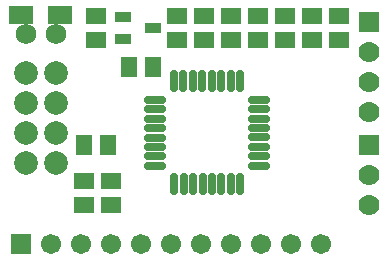
<source format=gbs>
G04 ---------------------------- Layer name :BOTTOM SOLDER LAYER*
G04 EasyEDA v5.4.10, Tue, 24 Apr 2018 09:14:44 GMT*
G04 c78431fd7d494278a101bd4be382ca9e*
G04 Gerber Generator version 0.2*
G04 Scale: 100 percent, Rotated: No, Reflected: No *
G04 Dimensions in inches *
G04 leading zeros omitted , absolute positions ,2 integer and 4 decimal *
%FSLAX24Y24*%
%MOIN*%
G90*
G70D02*

%ADD24C,0.025716*%
%ADD25R,0.053670X0.065870*%
%ADD26R,0.065870X0.053670*%
%ADD27R,0.057213X0.035559*%
%ADD28R,0.079500X0.061500*%
%ADD39C,0.070000*%
%ADD40R,0.070000X0.070000*%
%ADD41C,0.068000*%
%ADD42C,0.067000*%
%ADD43R,0.067000X0.067000*%
%ADD44C,0.078866*%

%LPD*%
G54D24*
G01X8856Y3200D02*
G01X8383Y3200D01*
G01X8856Y3515D02*
G01X8383Y3515D01*
G01X8856Y3830D02*
G01X8383Y3830D01*
G01X8856Y4144D02*
G01X8383Y4144D01*
G01X8856Y4459D02*
G01X8383Y4459D01*
G01X8856Y4773D02*
G01X8383Y4773D01*
G01X8856Y5088D02*
G01X8383Y5088D01*
G01X8856Y5403D02*
G01X8383Y5403D01*
G01X8000Y6256D02*
G01X8000Y5783D01*
G01X7685Y6256D02*
G01X7685Y5783D01*
G01X7369Y6256D02*
G01X7369Y5783D01*
G01X7055Y6256D02*
G01X7055Y5783D01*
G01X6740Y6256D02*
G01X6740Y5783D01*
G01X6426Y6256D02*
G01X6426Y5783D01*
G01X6110Y6256D02*
G01X6110Y5783D01*
G01X5796Y6256D02*
G01X5796Y5783D01*
G01X5406Y5400D02*
G01X4933Y5400D01*
G01X5406Y5084D02*
G01X4933Y5084D01*
G01X5406Y4769D02*
G01X4933Y4769D01*
G01X5406Y4455D02*
G01X4933Y4455D01*
G01X5406Y4140D02*
G01X4933Y4140D01*
G01X5406Y3826D02*
G01X4933Y3826D01*
G01X5406Y3511D02*
G01X4933Y3511D01*
G01X5406Y3196D02*
G01X4933Y3196D01*
G01X5800Y2816D02*
G01X5800Y2343D01*
G01X6114Y2816D02*
G01X6114Y2343D01*
G01X6430Y2816D02*
G01X6430Y2343D01*
G01X6744Y2816D02*
G01X6744Y2343D01*
G01X7059Y2816D02*
G01X7059Y2343D01*
G01X7373Y2816D02*
G01X7373Y2343D01*
G01X7689Y2816D02*
G01X7689Y2343D01*
G01X8003Y2816D02*
G01X8003Y2343D01*
G54D39*
G01X12300Y1900D03*
G01X12300Y2900D03*
G54D40*
G01X12300Y3900D03*
G01X12300Y8000D03*
G54D39*
G01X12300Y7000D03*
G01X12300Y6000D03*
G01X12300Y5000D03*
G54D41*
G01X1850Y7600D03*
G01X850Y7600D03*
G54D42*
G01X10700Y600D03*
G01X9700Y600D03*
G01X8700Y600D03*
G01X7700Y600D03*
G01X6700Y600D03*
G01X5700Y600D03*
G01X4700Y600D03*
G01X3700Y600D03*
G01X2700Y600D03*
G01X1700Y600D03*
G54D43*
G01X700Y600D03*
G54D44*
G01X861Y6305D03*
G01X1861Y6305D03*
G01X861Y5305D03*
G01X1861Y5305D03*
G01X861Y4305D03*
G01X1861Y4305D03*
G01X861Y3305D03*
G01X1861Y3305D03*
G54D25*
G01X4300Y6500D03*
G01X5100Y6500D03*
G54D26*
G01X9500Y8199D03*
G01X9500Y7399D03*
G01X6800Y8199D03*
G01X6800Y7399D03*
G54D27*
G01X5092Y7800D03*
G01X4107Y8173D03*
G01X4107Y7426D03*
G54D26*
G01X8600Y8199D03*
G01X8600Y7399D03*
G01X7700Y8199D03*
G01X7700Y7399D03*
G01X11300Y8199D03*
G01X11300Y7399D03*
G01X10400Y8199D03*
G01X10400Y7399D03*
G01X3200Y8199D03*
G01X3200Y7399D03*
G01X5900Y8199D03*
G01X5900Y7399D03*
G01X3700Y1900D03*
G01X3700Y2700D03*
G54D28*
G01X700Y8209D03*
G01X1990Y8209D03*
G54D26*
G01X2800Y2699D03*
G01X2800Y1899D03*
G54D25*
G01X2800Y3900D03*
G01X3600Y3900D03*
M00*
M02*

</source>
